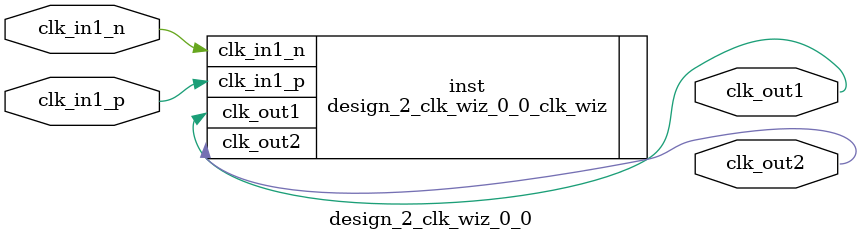
<source format=v>


`timescale 1ps/1ps

(* CORE_GENERATION_INFO = "design_2_clk_wiz_0_0,clk_wiz_v6_0_2_0_0,{component_name=design_2_clk_wiz_0_0,use_phase_alignment=false,use_min_o_jitter=false,use_max_i_jitter=false,use_dyn_phase_shift=false,use_inclk_switchover=false,use_dyn_reconfig=false,enable_axi=0,feedback_source=FDBK_AUTO,PRIMITIVE=PLL,num_out_clk=2,clkin1_period=3.333,clkin2_period=10.0,use_power_down=false,use_reset=false,use_locked=false,use_inclk_stopped=false,feedback_type=SINGLE,CLOCK_MGR_TYPE=NA,manual_override=false}" *)

module design_2_clk_wiz_0_0 
 (
  // Clock out ports
  output        clk_out1,
  output        clk_out2,
 // Clock in ports
  input         clk_in1_p,
  input         clk_in1_n
 );

  design_2_clk_wiz_0_0_clk_wiz inst
  (
  // Clock out ports  
  .clk_out1(clk_out1),
  .clk_out2(clk_out2),
 // Clock in ports
  .clk_in1_p(clk_in1_p),
  .clk_in1_n(clk_in1_n)
  );

endmodule

</source>
